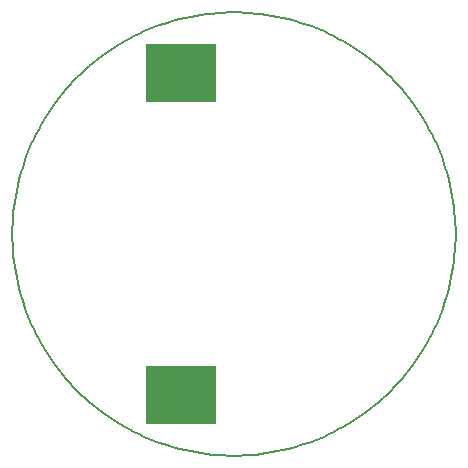
<source format=gbp>
G75*
%MOIN*%
%OFA0B0*%
%FSLAX24Y24*%
%IPPOS*%
%LPD*%
%AMOC8*
5,1,8,0,0,1.08239X$1,22.5*
%
%ADD10C,0.0080*%
%ADD11R,0.2362X0.1969*%
D10*
X002623Y011000D02*
X002625Y011181D01*
X002632Y011362D01*
X002643Y011543D01*
X002659Y011724D01*
X002679Y011904D01*
X002703Y012084D01*
X002732Y012263D01*
X002765Y012441D01*
X002802Y012619D01*
X002844Y012795D01*
X002891Y012970D01*
X002941Y013144D01*
X002996Y013317D01*
X003055Y013489D01*
X003118Y013659D01*
X003185Y013827D01*
X003257Y013994D01*
X003332Y014158D01*
X003412Y014321D01*
X003495Y014482D01*
X003583Y014641D01*
X003674Y014798D01*
X003769Y014952D01*
X003868Y015104D01*
X003971Y015253D01*
X004077Y015400D01*
X004186Y015545D01*
X004300Y015686D01*
X004416Y015825D01*
X004537Y015961D01*
X004660Y016094D01*
X004787Y016223D01*
X004916Y016350D01*
X005049Y016473D01*
X005185Y016594D01*
X005324Y016710D01*
X005465Y016824D01*
X005610Y016933D01*
X005757Y017039D01*
X005906Y017142D01*
X006058Y017241D01*
X006212Y017336D01*
X006369Y017427D01*
X006528Y017515D01*
X006689Y017598D01*
X006852Y017678D01*
X007016Y017753D01*
X007183Y017825D01*
X007351Y017892D01*
X007521Y017955D01*
X007693Y018014D01*
X007866Y018069D01*
X008040Y018119D01*
X008215Y018166D01*
X008391Y018208D01*
X008569Y018245D01*
X008747Y018278D01*
X008926Y018307D01*
X009106Y018331D01*
X009286Y018351D01*
X009467Y018367D01*
X009648Y018378D01*
X009829Y018385D01*
X010010Y018387D01*
X010191Y018385D01*
X010372Y018378D01*
X010553Y018367D01*
X010734Y018351D01*
X010914Y018331D01*
X011094Y018307D01*
X011273Y018278D01*
X011451Y018245D01*
X011629Y018208D01*
X011805Y018166D01*
X011980Y018119D01*
X012154Y018069D01*
X012327Y018014D01*
X012499Y017955D01*
X012669Y017892D01*
X012837Y017825D01*
X013004Y017753D01*
X013168Y017678D01*
X013331Y017598D01*
X013492Y017515D01*
X013651Y017427D01*
X013808Y017336D01*
X013962Y017241D01*
X014114Y017142D01*
X014263Y017039D01*
X014410Y016933D01*
X014555Y016824D01*
X014696Y016710D01*
X014835Y016594D01*
X014971Y016473D01*
X015104Y016350D01*
X015233Y016223D01*
X015360Y016094D01*
X015483Y015961D01*
X015604Y015825D01*
X015720Y015686D01*
X015834Y015545D01*
X015943Y015400D01*
X016049Y015253D01*
X016152Y015104D01*
X016251Y014952D01*
X016346Y014798D01*
X016437Y014641D01*
X016525Y014482D01*
X016608Y014321D01*
X016688Y014158D01*
X016763Y013994D01*
X016835Y013827D01*
X016902Y013659D01*
X016965Y013489D01*
X017024Y013317D01*
X017079Y013144D01*
X017129Y012970D01*
X017176Y012795D01*
X017218Y012619D01*
X017255Y012441D01*
X017288Y012263D01*
X017317Y012084D01*
X017341Y011904D01*
X017361Y011724D01*
X017377Y011543D01*
X017388Y011362D01*
X017395Y011181D01*
X017397Y011000D01*
X017395Y010819D01*
X017388Y010638D01*
X017377Y010457D01*
X017361Y010276D01*
X017341Y010096D01*
X017317Y009916D01*
X017288Y009737D01*
X017255Y009559D01*
X017218Y009381D01*
X017176Y009205D01*
X017129Y009030D01*
X017079Y008856D01*
X017024Y008683D01*
X016965Y008511D01*
X016902Y008341D01*
X016835Y008173D01*
X016763Y008006D01*
X016688Y007842D01*
X016608Y007679D01*
X016525Y007518D01*
X016437Y007359D01*
X016346Y007202D01*
X016251Y007048D01*
X016152Y006896D01*
X016049Y006747D01*
X015943Y006600D01*
X015834Y006455D01*
X015720Y006314D01*
X015604Y006175D01*
X015483Y006039D01*
X015360Y005906D01*
X015233Y005777D01*
X015104Y005650D01*
X014971Y005527D01*
X014835Y005406D01*
X014696Y005290D01*
X014555Y005176D01*
X014410Y005067D01*
X014263Y004961D01*
X014114Y004858D01*
X013962Y004759D01*
X013808Y004664D01*
X013651Y004573D01*
X013492Y004485D01*
X013331Y004402D01*
X013168Y004322D01*
X013004Y004247D01*
X012837Y004175D01*
X012669Y004108D01*
X012499Y004045D01*
X012327Y003986D01*
X012154Y003931D01*
X011980Y003881D01*
X011805Y003834D01*
X011629Y003792D01*
X011451Y003755D01*
X011273Y003722D01*
X011094Y003693D01*
X010914Y003669D01*
X010734Y003649D01*
X010553Y003633D01*
X010372Y003622D01*
X010191Y003615D01*
X010010Y003613D01*
X009829Y003615D01*
X009648Y003622D01*
X009467Y003633D01*
X009286Y003649D01*
X009106Y003669D01*
X008926Y003693D01*
X008747Y003722D01*
X008569Y003755D01*
X008391Y003792D01*
X008215Y003834D01*
X008040Y003881D01*
X007866Y003931D01*
X007693Y003986D01*
X007521Y004045D01*
X007351Y004108D01*
X007183Y004175D01*
X007016Y004247D01*
X006852Y004322D01*
X006689Y004402D01*
X006528Y004485D01*
X006369Y004573D01*
X006212Y004664D01*
X006058Y004759D01*
X005906Y004858D01*
X005757Y004961D01*
X005610Y005067D01*
X005465Y005176D01*
X005324Y005290D01*
X005185Y005406D01*
X005049Y005527D01*
X004916Y005650D01*
X004787Y005777D01*
X004660Y005906D01*
X004537Y006039D01*
X004416Y006175D01*
X004300Y006314D01*
X004186Y006455D01*
X004077Y006600D01*
X003971Y006747D01*
X003868Y006896D01*
X003769Y007048D01*
X003674Y007202D01*
X003583Y007359D01*
X003495Y007518D01*
X003412Y007679D01*
X003332Y007842D01*
X003257Y008006D01*
X003185Y008173D01*
X003118Y008341D01*
X003055Y008511D01*
X002996Y008683D01*
X002941Y008856D01*
X002891Y009030D01*
X002844Y009205D01*
X002802Y009381D01*
X002765Y009559D01*
X002732Y009737D01*
X002703Y009916D01*
X002679Y010096D01*
X002659Y010276D01*
X002643Y010457D01*
X002632Y010638D01*
X002625Y010819D01*
X002623Y011000D01*
D11*
X008260Y005626D03*
X008260Y016374D03*
M02*

</source>
